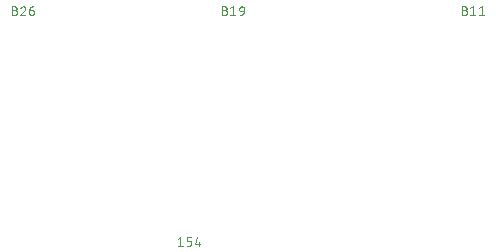
<source format=gbr>
G04 EAGLE Gerber RS-274X export*
G75*
%MOMM*%
%FSLAX34Y34*%
%LPD*%
%INSilkscreen Top*%
%IPPOS*%
%AMOC8*
5,1,8,0,0,1.08239X$1,22.5*%
G01*
%ADD10C,0.076200*%


D10*
X397219Y213833D02*
X399266Y213833D01*
X399355Y213831D01*
X399444Y213825D01*
X399533Y213815D01*
X399621Y213802D01*
X399709Y213785D01*
X399796Y213763D01*
X399881Y213738D01*
X399966Y213710D01*
X400049Y213677D01*
X400131Y213641D01*
X400211Y213602D01*
X400289Y213559D01*
X400365Y213513D01*
X400440Y213463D01*
X400512Y213410D01*
X400581Y213354D01*
X400648Y213295D01*
X400713Y213234D01*
X400774Y213169D01*
X400833Y213102D01*
X400889Y213033D01*
X400942Y212961D01*
X400992Y212886D01*
X401038Y212810D01*
X401081Y212732D01*
X401120Y212652D01*
X401156Y212570D01*
X401189Y212487D01*
X401217Y212402D01*
X401242Y212317D01*
X401264Y212230D01*
X401281Y212142D01*
X401294Y212054D01*
X401304Y211965D01*
X401310Y211876D01*
X401312Y211787D01*
X401310Y211698D01*
X401304Y211609D01*
X401294Y211520D01*
X401281Y211432D01*
X401264Y211344D01*
X401242Y211257D01*
X401217Y211172D01*
X401189Y211087D01*
X401156Y211004D01*
X401120Y210922D01*
X401081Y210842D01*
X401038Y210764D01*
X400992Y210688D01*
X400942Y210613D01*
X400889Y210541D01*
X400833Y210472D01*
X400774Y210405D01*
X400713Y210340D01*
X400648Y210279D01*
X400581Y210220D01*
X400512Y210164D01*
X400440Y210111D01*
X400365Y210061D01*
X400289Y210015D01*
X400211Y209972D01*
X400131Y209933D01*
X400049Y209897D01*
X399966Y209864D01*
X399881Y209836D01*
X399796Y209811D01*
X399709Y209789D01*
X399621Y209772D01*
X399533Y209759D01*
X399444Y209749D01*
X399355Y209743D01*
X399266Y209741D01*
X397219Y209741D01*
X397219Y217107D01*
X399266Y217107D01*
X399345Y217105D01*
X399424Y217099D01*
X399503Y217090D01*
X399581Y217077D01*
X399658Y217059D01*
X399734Y217039D01*
X399809Y217014D01*
X399883Y216986D01*
X399956Y216955D01*
X400027Y216919D01*
X400096Y216881D01*
X400163Y216839D01*
X400228Y216794D01*
X400291Y216746D01*
X400352Y216695D01*
X400409Y216641D01*
X400465Y216585D01*
X400517Y216526D01*
X400567Y216464D01*
X400613Y216400D01*
X400657Y216334D01*
X400697Y216266D01*
X400733Y216196D01*
X400767Y216124D01*
X400797Y216050D01*
X400823Y215976D01*
X400846Y215900D01*
X400864Y215823D01*
X400880Y215746D01*
X400891Y215667D01*
X400899Y215589D01*
X400903Y215510D01*
X400903Y215430D01*
X400899Y215351D01*
X400891Y215273D01*
X400880Y215194D01*
X400864Y215117D01*
X400846Y215040D01*
X400823Y214964D01*
X400797Y214890D01*
X400767Y214816D01*
X400733Y214744D01*
X400697Y214674D01*
X400657Y214606D01*
X400613Y214540D01*
X400567Y214476D01*
X400517Y214414D01*
X400465Y214355D01*
X400409Y214299D01*
X400352Y214245D01*
X400291Y214194D01*
X400228Y214146D01*
X400163Y214101D01*
X400096Y214059D01*
X400027Y214021D01*
X399956Y213985D01*
X399883Y213954D01*
X399809Y213926D01*
X399734Y213901D01*
X399658Y213881D01*
X399581Y213863D01*
X399503Y213850D01*
X399424Y213841D01*
X399345Y213835D01*
X399266Y213833D01*
X404173Y215470D02*
X406219Y217107D01*
X406219Y209741D01*
X404173Y209741D02*
X408265Y209741D01*
X411488Y215470D02*
X413534Y217107D01*
X413534Y209741D01*
X411488Y209741D02*
X415581Y209741D01*
X196066Y213833D02*
X194019Y213833D01*
X196066Y213833D02*
X196155Y213831D01*
X196244Y213825D01*
X196333Y213815D01*
X196421Y213802D01*
X196509Y213785D01*
X196596Y213763D01*
X196681Y213738D01*
X196766Y213710D01*
X196849Y213677D01*
X196931Y213641D01*
X197011Y213602D01*
X197089Y213559D01*
X197165Y213513D01*
X197240Y213463D01*
X197312Y213410D01*
X197381Y213354D01*
X197448Y213295D01*
X197513Y213234D01*
X197574Y213169D01*
X197633Y213102D01*
X197689Y213033D01*
X197742Y212961D01*
X197792Y212886D01*
X197838Y212810D01*
X197881Y212732D01*
X197920Y212652D01*
X197956Y212570D01*
X197989Y212487D01*
X198017Y212402D01*
X198042Y212317D01*
X198064Y212230D01*
X198081Y212142D01*
X198094Y212054D01*
X198104Y211965D01*
X198110Y211876D01*
X198112Y211787D01*
X198110Y211698D01*
X198104Y211609D01*
X198094Y211520D01*
X198081Y211432D01*
X198064Y211344D01*
X198042Y211257D01*
X198017Y211172D01*
X197989Y211087D01*
X197956Y211004D01*
X197920Y210922D01*
X197881Y210842D01*
X197838Y210764D01*
X197792Y210688D01*
X197742Y210613D01*
X197689Y210541D01*
X197633Y210472D01*
X197574Y210405D01*
X197513Y210340D01*
X197448Y210279D01*
X197381Y210220D01*
X197312Y210164D01*
X197240Y210111D01*
X197165Y210061D01*
X197089Y210015D01*
X197011Y209972D01*
X196931Y209933D01*
X196849Y209897D01*
X196766Y209864D01*
X196681Y209836D01*
X196596Y209811D01*
X196509Y209789D01*
X196421Y209772D01*
X196333Y209759D01*
X196244Y209749D01*
X196155Y209743D01*
X196066Y209741D01*
X194019Y209741D01*
X194019Y217107D01*
X196066Y217107D01*
X196145Y217105D01*
X196224Y217099D01*
X196303Y217090D01*
X196381Y217077D01*
X196458Y217059D01*
X196534Y217039D01*
X196609Y217014D01*
X196683Y216986D01*
X196756Y216955D01*
X196827Y216919D01*
X196896Y216881D01*
X196963Y216839D01*
X197028Y216794D01*
X197091Y216746D01*
X197152Y216695D01*
X197209Y216641D01*
X197265Y216585D01*
X197317Y216526D01*
X197367Y216464D01*
X197413Y216400D01*
X197457Y216334D01*
X197497Y216266D01*
X197533Y216196D01*
X197567Y216124D01*
X197597Y216050D01*
X197623Y215976D01*
X197646Y215900D01*
X197664Y215823D01*
X197680Y215746D01*
X197691Y215667D01*
X197699Y215589D01*
X197703Y215510D01*
X197703Y215430D01*
X197699Y215351D01*
X197691Y215273D01*
X197680Y215194D01*
X197664Y215117D01*
X197646Y215040D01*
X197623Y214964D01*
X197597Y214890D01*
X197567Y214816D01*
X197533Y214744D01*
X197497Y214674D01*
X197457Y214606D01*
X197413Y214540D01*
X197367Y214476D01*
X197317Y214414D01*
X197265Y214355D01*
X197209Y214299D01*
X197152Y214245D01*
X197091Y214194D01*
X197028Y214146D01*
X196963Y214101D01*
X196896Y214059D01*
X196827Y214021D01*
X196756Y213985D01*
X196683Y213954D01*
X196609Y213926D01*
X196534Y213901D01*
X196458Y213881D01*
X196381Y213863D01*
X196303Y213850D01*
X196224Y213841D01*
X196145Y213835D01*
X196066Y213833D01*
X200973Y215470D02*
X203019Y217107D01*
X203019Y209741D01*
X200973Y209741D02*
X205065Y209741D01*
X209925Y213014D02*
X212381Y213014D01*
X209925Y213014D02*
X209847Y213016D01*
X209769Y213021D01*
X209692Y213031D01*
X209615Y213044D01*
X209539Y213060D01*
X209464Y213080D01*
X209390Y213104D01*
X209317Y213131D01*
X209245Y213162D01*
X209175Y213196D01*
X209106Y213233D01*
X209040Y213274D01*
X208975Y213318D01*
X208913Y213364D01*
X208853Y213414D01*
X208795Y213466D01*
X208740Y213521D01*
X208688Y213579D01*
X208638Y213639D01*
X208592Y213701D01*
X208548Y213766D01*
X208507Y213833D01*
X208470Y213901D01*
X208436Y213971D01*
X208405Y214043D01*
X208378Y214116D01*
X208354Y214190D01*
X208334Y214265D01*
X208318Y214341D01*
X208305Y214418D01*
X208295Y214495D01*
X208290Y214573D01*
X208288Y214651D01*
X208288Y215060D01*
X208290Y215149D01*
X208296Y215238D01*
X208306Y215327D01*
X208319Y215415D01*
X208336Y215503D01*
X208358Y215590D01*
X208383Y215675D01*
X208411Y215760D01*
X208444Y215843D01*
X208480Y215925D01*
X208519Y216005D01*
X208562Y216083D01*
X208608Y216159D01*
X208658Y216234D01*
X208711Y216306D01*
X208767Y216375D01*
X208826Y216442D01*
X208887Y216507D01*
X208952Y216568D01*
X209019Y216627D01*
X209088Y216683D01*
X209160Y216736D01*
X209235Y216786D01*
X209311Y216832D01*
X209389Y216875D01*
X209469Y216914D01*
X209551Y216950D01*
X209634Y216983D01*
X209719Y217011D01*
X209804Y217036D01*
X209891Y217058D01*
X209979Y217075D01*
X210067Y217088D01*
X210156Y217098D01*
X210245Y217104D01*
X210334Y217106D01*
X210423Y217104D01*
X210512Y217098D01*
X210601Y217088D01*
X210689Y217075D01*
X210777Y217058D01*
X210864Y217036D01*
X210949Y217011D01*
X211034Y216983D01*
X211117Y216950D01*
X211199Y216914D01*
X211279Y216875D01*
X211357Y216832D01*
X211433Y216786D01*
X211508Y216736D01*
X211580Y216683D01*
X211649Y216627D01*
X211716Y216568D01*
X211781Y216507D01*
X211842Y216442D01*
X211901Y216375D01*
X211957Y216306D01*
X212010Y216234D01*
X212060Y216159D01*
X212106Y216083D01*
X212149Y216005D01*
X212188Y215925D01*
X212224Y215843D01*
X212257Y215760D01*
X212285Y215675D01*
X212310Y215590D01*
X212332Y215503D01*
X212349Y215415D01*
X212362Y215327D01*
X212372Y215238D01*
X212378Y215149D01*
X212380Y215060D01*
X212381Y215060D02*
X212381Y213014D01*
X212379Y212902D01*
X212373Y212791D01*
X212364Y212679D01*
X212351Y212568D01*
X212333Y212458D01*
X212313Y212348D01*
X212288Y212239D01*
X212260Y212131D01*
X212228Y212024D01*
X212192Y211918D01*
X212153Y211813D01*
X212110Y211710D01*
X212064Y211608D01*
X212014Y211508D01*
X211961Y211409D01*
X211904Y211313D01*
X211845Y211218D01*
X211782Y211126D01*
X211716Y211036D01*
X211647Y210948D01*
X211575Y210862D01*
X211500Y210779D01*
X211422Y210699D01*
X211342Y210621D01*
X211259Y210546D01*
X211173Y210474D01*
X211085Y210405D01*
X210995Y210339D01*
X210903Y210276D01*
X210808Y210217D01*
X210712Y210160D01*
X210613Y210107D01*
X210513Y210057D01*
X210411Y210011D01*
X210308Y209968D01*
X210203Y209929D01*
X210097Y209893D01*
X209990Y209861D01*
X209882Y209833D01*
X209773Y209808D01*
X209663Y209788D01*
X209553Y209770D01*
X209442Y209757D01*
X209330Y209748D01*
X209219Y209742D01*
X209107Y209740D01*
X18266Y213833D02*
X16219Y213833D01*
X18266Y213833D02*
X18355Y213831D01*
X18444Y213825D01*
X18533Y213815D01*
X18621Y213802D01*
X18709Y213785D01*
X18796Y213763D01*
X18881Y213738D01*
X18966Y213710D01*
X19049Y213677D01*
X19131Y213641D01*
X19211Y213602D01*
X19289Y213559D01*
X19365Y213513D01*
X19440Y213463D01*
X19512Y213410D01*
X19581Y213354D01*
X19648Y213295D01*
X19713Y213234D01*
X19774Y213169D01*
X19833Y213102D01*
X19889Y213033D01*
X19942Y212961D01*
X19992Y212886D01*
X20038Y212810D01*
X20081Y212732D01*
X20120Y212652D01*
X20156Y212570D01*
X20189Y212487D01*
X20217Y212402D01*
X20242Y212317D01*
X20264Y212230D01*
X20281Y212142D01*
X20294Y212054D01*
X20304Y211965D01*
X20310Y211876D01*
X20312Y211787D01*
X20310Y211698D01*
X20304Y211609D01*
X20294Y211520D01*
X20281Y211432D01*
X20264Y211344D01*
X20242Y211257D01*
X20217Y211172D01*
X20189Y211087D01*
X20156Y211004D01*
X20120Y210922D01*
X20081Y210842D01*
X20038Y210764D01*
X19992Y210688D01*
X19942Y210613D01*
X19889Y210541D01*
X19833Y210472D01*
X19774Y210405D01*
X19713Y210340D01*
X19648Y210279D01*
X19581Y210220D01*
X19512Y210164D01*
X19440Y210111D01*
X19365Y210061D01*
X19289Y210015D01*
X19211Y209972D01*
X19131Y209933D01*
X19049Y209897D01*
X18966Y209864D01*
X18881Y209836D01*
X18796Y209811D01*
X18709Y209789D01*
X18621Y209772D01*
X18533Y209759D01*
X18444Y209749D01*
X18355Y209743D01*
X18266Y209741D01*
X16219Y209741D01*
X16219Y217107D01*
X18266Y217107D01*
X18345Y217105D01*
X18424Y217099D01*
X18503Y217090D01*
X18581Y217077D01*
X18658Y217059D01*
X18734Y217039D01*
X18809Y217014D01*
X18883Y216986D01*
X18956Y216955D01*
X19027Y216919D01*
X19096Y216881D01*
X19163Y216839D01*
X19228Y216794D01*
X19291Y216746D01*
X19352Y216695D01*
X19409Y216641D01*
X19465Y216585D01*
X19517Y216526D01*
X19567Y216464D01*
X19613Y216400D01*
X19657Y216334D01*
X19697Y216266D01*
X19733Y216196D01*
X19767Y216124D01*
X19797Y216050D01*
X19823Y215976D01*
X19846Y215900D01*
X19864Y215823D01*
X19880Y215746D01*
X19891Y215667D01*
X19899Y215589D01*
X19903Y215510D01*
X19903Y215430D01*
X19899Y215351D01*
X19891Y215273D01*
X19880Y215194D01*
X19864Y215117D01*
X19846Y215040D01*
X19823Y214964D01*
X19797Y214890D01*
X19767Y214816D01*
X19733Y214744D01*
X19697Y214674D01*
X19657Y214606D01*
X19613Y214540D01*
X19567Y214476D01*
X19517Y214414D01*
X19465Y214355D01*
X19409Y214299D01*
X19352Y214245D01*
X19291Y214194D01*
X19228Y214146D01*
X19163Y214101D01*
X19096Y214059D01*
X19027Y214021D01*
X18956Y213985D01*
X18883Y213954D01*
X18809Y213926D01*
X18734Y213901D01*
X18658Y213881D01*
X18581Y213863D01*
X18503Y213850D01*
X18424Y213841D01*
X18345Y213835D01*
X18266Y213833D01*
X25424Y217107D02*
X25509Y217105D01*
X25594Y217099D01*
X25678Y217089D01*
X25762Y217076D01*
X25846Y217058D01*
X25928Y217037D01*
X26009Y217012D01*
X26089Y216983D01*
X26168Y216950D01*
X26245Y216914D01*
X26320Y216874D01*
X26394Y216831D01*
X26465Y216785D01*
X26534Y216735D01*
X26601Y216682D01*
X26665Y216626D01*
X26726Y216567D01*
X26785Y216506D01*
X26841Y216442D01*
X26894Y216375D01*
X26944Y216306D01*
X26990Y216235D01*
X27033Y216161D01*
X27073Y216086D01*
X27109Y216009D01*
X27142Y215930D01*
X27171Y215850D01*
X27196Y215769D01*
X27217Y215687D01*
X27235Y215603D01*
X27248Y215519D01*
X27258Y215435D01*
X27264Y215350D01*
X27266Y215265D01*
X25424Y217107D02*
X25328Y217105D01*
X25232Y217099D01*
X25137Y217089D01*
X25042Y217076D01*
X24947Y217058D01*
X24854Y217037D01*
X24761Y217012D01*
X24670Y216983D01*
X24579Y216951D01*
X24490Y216915D01*
X24403Y216875D01*
X24317Y216832D01*
X24233Y216786D01*
X24151Y216736D01*
X24071Y216682D01*
X23994Y216626D01*
X23919Y216566D01*
X23846Y216504D01*
X23776Y216438D01*
X23708Y216370D01*
X23643Y216299D01*
X23582Y216226D01*
X23523Y216150D01*
X23467Y216071D01*
X23415Y215991D01*
X23366Y215908D01*
X23320Y215824D01*
X23278Y215738D01*
X23240Y215650D01*
X23205Y215561D01*
X23173Y215470D01*
X26651Y213833D02*
X26711Y213892D01*
X26768Y213954D01*
X26823Y214018D01*
X26874Y214085D01*
X26923Y214154D01*
X26969Y214224D01*
X27012Y214297D01*
X27052Y214371D01*
X27088Y214447D01*
X27121Y214525D01*
X27151Y214604D01*
X27178Y214684D01*
X27201Y214765D01*
X27220Y214847D01*
X27236Y214929D01*
X27249Y215013D01*
X27258Y215097D01*
X27263Y215181D01*
X27265Y215265D01*
X26652Y213833D02*
X23173Y209741D01*
X27265Y209741D01*
X30488Y213833D02*
X32944Y213833D01*
X33022Y213831D01*
X33100Y213826D01*
X33177Y213816D01*
X33254Y213803D01*
X33330Y213787D01*
X33405Y213767D01*
X33479Y213743D01*
X33552Y213716D01*
X33624Y213685D01*
X33694Y213651D01*
X33763Y213614D01*
X33829Y213573D01*
X33894Y213529D01*
X33956Y213483D01*
X34016Y213433D01*
X34074Y213381D01*
X34129Y213326D01*
X34181Y213268D01*
X34231Y213208D01*
X34277Y213146D01*
X34321Y213081D01*
X34362Y213015D01*
X34399Y212946D01*
X34433Y212876D01*
X34464Y212804D01*
X34491Y212731D01*
X34515Y212657D01*
X34535Y212582D01*
X34551Y212506D01*
X34564Y212429D01*
X34574Y212352D01*
X34579Y212274D01*
X34581Y212196D01*
X34581Y211787D01*
X34580Y211787D02*
X34578Y211698D01*
X34572Y211609D01*
X34562Y211520D01*
X34549Y211432D01*
X34532Y211344D01*
X34510Y211257D01*
X34485Y211172D01*
X34457Y211087D01*
X34424Y211004D01*
X34388Y210922D01*
X34349Y210842D01*
X34306Y210764D01*
X34260Y210688D01*
X34210Y210613D01*
X34157Y210541D01*
X34101Y210472D01*
X34042Y210405D01*
X33981Y210340D01*
X33916Y210279D01*
X33849Y210220D01*
X33780Y210164D01*
X33708Y210111D01*
X33633Y210061D01*
X33557Y210015D01*
X33479Y209972D01*
X33399Y209933D01*
X33317Y209897D01*
X33234Y209864D01*
X33149Y209836D01*
X33064Y209811D01*
X32977Y209789D01*
X32889Y209772D01*
X32801Y209759D01*
X32712Y209749D01*
X32623Y209743D01*
X32534Y209741D01*
X32445Y209743D01*
X32356Y209749D01*
X32267Y209759D01*
X32179Y209772D01*
X32091Y209789D01*
X32004Y209811D01*
X31919Y209836D01*
X31834Y209864D01*
X31751Y209897D01*
X31669Y209933D01*
X31589Y209972D01*
X31511Y210015D01*
X31435Y210061D01*
X31360Y210111D01*
X31288Y210164D01*
X31219Y210220D01*
X31152Y210279D01*
X31087Y210340D01*
X31026Y210405D01*
X30967Y210472D01*
X30911Y210541D01*
X30858Y210613D01*
X30808Y210688D01*
X30762Y210764D01*
X30719Y210842D01*
X30680Y210922D01*
X30644Y211004D01*
X30611Y211087D01*
X30583Y211172D01*
X30558Y211257D01*
X30536Y211344D01*
X30519Y211432D01*
X30506Y211520D01*
X30496Y211609D01*
X30490Y211698D01*
X30488Y211787D01*
X30488Y213833D01*
X30490Y213947D01*
X30496Y214061D01*
X30506Y214175D01*
X30520Y214289D01*
X30538Y214402D01*
X30560Y214514D01*
X30585Y214625D01*
X30615Y214735D01*
X30648Y214845D01*
X30685Y214953D01*
X30726Y215059D01*
X30771Y215165D01*
X30819Y215268D01*
X30871Y215370D01*
X30927Y215470D01*
X30985Y215568D01*
X31048Y215664D01*
X31113Y215757D01*
X31182Y215849D01*
X31254Y215937D01*
X31329Y216024D01*
X31407Y216107D01*
X31488Y216188D01*
X31571Y216266D01*
X31658Y216341D01*
X31746Y216413D01*
X31838Y216482D01*
X31931Y216547D01*
X32027Y216609D01*
X32125Y216668D01*
X32225Y216724D01*
X32327Y216776D01*
X32430Y216824D01*
X32536Y216869D01*
X32642Y216910D01*
X32750Y216947D01*
X32860Y216980D01*
X32970Y217010D01*
X33081Y217035D01*
X33193Y217057D01*
X33306Y217075D01*
X33420Y217089D01*
X33534Y217099D01*
X33648Y217105D01*
X33762Y217107D01*
X158579Y22035D02*
X156532Y20398D01*
X158579Y22035D02*
X158579Y14669D01*
X160625Y14669D02*
X156532Y14669D01*
X163848Y14669D02*
X166303Y14669D01*
X166303Y14668D02*
X166381Y14670D01*
X166459Y14675D01*
X166536Y14685D01*
X166613Y14698D01*
X166689Y14714D01*
X166764Y14734D01*
X166838Y14758D01*
X166911Y14785D01*
X166983Y14816D01*
X167053Y14850D01*
X167122Y14887D01*
X167188Y14928D01*
X167253Y14972D01*
X167315Y15018D01*
X167375Y15068D01*
X167433Y15120D01*
X167488Y15175D01*
X167540Y15233D01*
X167590Y15293D01*
X167636Y15355D01*
X167680Y15420D01*
X167721Y15487D01*
X167758Y15555D01*
X167792Y15625D01*
X167823Y15697D01*
X167850Y15770D01*
X167874Y15844D01*
X167894Y15919D01*
X167910Y15995D01*
X167923Y16072D01*
X167933Y16149D01*
X167938Y16227D01*
X167940Y16305D01*
X167940Y17124D01*
X167938Y17202D01*
X167933Y17280D01*
X167923Y17357D01*
X167910Y17434D01*
X167894Y17510D01*
X167874Y17585D01*
X167850Y17659D01*
X167823Y17732D01*
X167792Y17804D01*
X167758Y17874D01*
X167721Y17943D01*
X167680Y18009D01*
X167636Y18074D01*
X167590Y18136D01*
X167540Y18196D01*
X167488Y18254D01*
X167433Y18309D01*
X167375Y18361D01*
X167315Y18411D01*
X167253Y18457D01*
X167188Y18501D01*
X167122Y18542D01*
X167053Y18579D01*
X166983Y18613D01*
X166911Y18644D01*
X166838Y18671D01*
X166764Y18695D01*
X166689Y18715D01*
X166613Y18731D01*
X166536Y18744D01*
X166459Y18754D01*
X166381Y18759D01*
X166303Y18761D01*
X163848Y18761D01*
X163848Y22035D01*
X167940Y22035D01*
X172800Y22035D02*
X171163Y16305D01*
X175255Y16305D01*
X174027Y14669D02*
X174027Y17942D01*
M02*

</source>
